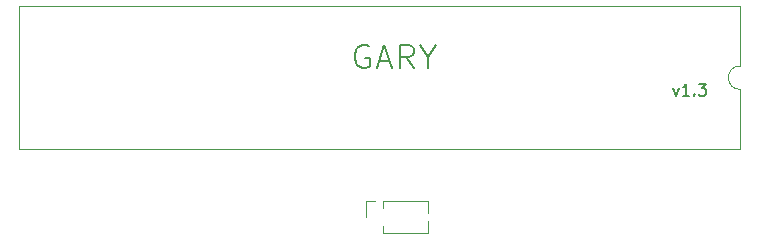
<source format=gbr>
G04 #@! TF.GenerationSoftware,KiCad,Pcbnew,7.0.0-1.fc37*
G04 #@! TF.CreationDate,2023-02-19T18:59:07+00:00*
G04 #@! TF.ProjectId,Gary,47617279-2e6b-4696-9361-645f70636258,rev?*
G04 #@! TF.SameCoordinates,Original*
G04 #@! TF.FileFunction,Legend,Top*
G04 #@! TF.FilePolarity,Positive*
%FSLAX46Y46*%
G04 Gerber Fmt 4.6, Leading zero omitted, Abs format (unit mm)*
G04 Created by KiCad (PCBNEW 7.0.0-1.fc37) date 2023-02-19 18:59:07*
%MOMM*%
%LPD*%
G01*
G04 APERTURE LIST*
%ADD10C,0.150000*%
%ADD11C,0.120000*%
G04 APERTURE END LIST*
D10*
X182061029Y-50703914D02*
X182299124Y-51370580D01*
X182299124Y-51370580D02*
X182537219Y-50703914D01*
X183441981Y-51370580D02*
X182870553Y-51370580D01*
X183156267Y-51370580D02*
X183156267Y-50370580D01*
X183156267Y-50370580D02*
X183061029Y-50513438D01*
X183061029Y-50513438D02*
X182965791Y-50608676D01*
X182965791Y-50608676D02*
X182870553Y-50656295D01*
X183870553Y-51275342D02*
X183918172Y-51322961D01*
X183918172Y-51322961D02*
X183870553Y-51370580D01*
X183870553Y-51370580D02*
X183822934Y-51322961D01*
X183822934Y-51322961D02*
X183870553Y-51275342D01*
X183870553Y-51275342D02*
X183870553Y-51370580D01*
X184251505Y-50370580D02*
X184870552Y-50370580D01*
X184870552Y-50370580D02*
X184537219Y-50751533D01*
X184537219Y-50751533D02*
X184680076Y-50751533D01*
X184680076Y-50751533D02*
X184775314Y-50799152D01*
X184775314Y-50799152D02*
X184822933Y-50846771D01*
X184822933Y-50846771D02*
X184870552Y-50942009D01*
X184870552Y-50942009D02*
X184870552Y-51180104D01*
X184870552Y-51180104D02*
X184822933Y-51275342D01*
X184822933Y-51275342D02*
X184775314Y-51322961D01*
X184775314Y-51322961D02*
X184680076Y-51370580D01*
X184680076Y-51370580D02*
X184394362Y-51370580D01*
X184394362Y-51370580D02*
X184299124Y-51322961D01*
X184299124Y-51322961D02*
X184251505Y-51275342D01*
X156305523Y-47140800D02*
X156115047Y-47045561D01*
X156115047Y-47045561D02*
X155829333Y-47045561D01*
X155829333Y-47045561D02*
X155543618Y-47140800D01*
X155543618Y-47140800D02*
X155353142Y-47331276D01*
X155353142Y-47331276D02*
X155257904Y-47521752D01*
X155257904Y-47521752D02*
X155162666Y-47902704D01*
X155162666Y-47902704D02*
X155162666Y-48188419D01*
X155162666Y-48188419D02*
X155257904Y-48569371D01*
X155257904Y-48569371D02*
X155353142Y-48759847D01*
X155353142Y-48759847D02*
X155543618Y-48950323D01*
X155543618Y-48950323D02*
X155829333Y-49045561D01*
X155829333Y-49045561D02*
X156019809Y-49045561D01*
X156019809Y-49045561D02*
X156305523Y-48950323D01*
X156305523Y-48950323D02*
X156400761Y-48855085D01*
X156400761Y-48855085D02*
X156400761Y-48188419D01*
X156400761Y-48188419D02*
X156019809Y-48188419D01*
X157162666Y-48474133D02*
X158115047Y-48474133D01*
X156972190Y-49045561D02*
X157638856Y-47045561D01*
X157638856Y-47045561D02*
X158305523Y-49045561D01*
X160115047Y-49045561D02*
X159448380Y-48093180D01*
X158972190Y-49045561D02*
X158972190Y-47045561D01*
X158972190Y-47045561D02*
X159734095Y-47045561D01*
X159734095Y-47045561D02*
X159924571Y-47140800D01*
X159924571Y-47140800D02*
X160019809Y-47236038D01*
X160019809Y-47236038D02*
X160115047Y-47426514D01*
X160115047Y-47426514D02*
X160115047Y-47712228D01*
X160115047Y-47712228D02*
X160019809Y-47902704D01*
X160019809Y-47902704D02*
X159924571Y-47997942D01*
X159924571Y-47997942D02*
X159734095Y-48093180D01*
X159734095Y-48093180D02*
X158972190Y-48093180D01*
X161353142Y-48093180D02*
X161353142Y-49045561D01*
X160686476Y-47045561D02*
X161353142Y-48093180D01*
X161353142Y-48093180D02*
X162019809Y-47045561D01*
D11*
G04 #@! TO.C,U2*
X187756000Y-43794800D02*
X126676000Y-43794800D01*
X126676000Y-43794800D02*
X126676000Y-55914800D01*
X187756000Y-48854800D02*
X187756000Y-43794800D01*
X187756000Y-55914800D02*
X187756000Y-50854800D01*
X126676000Y-55914800D02*
X187756000Y-55914800D01*
X187756000Y-48854800D02*
G75*
G03*
X187756000Y-50854800I0J-1000000D01*
G01*
G04 #@! TO.C,J1*
X157485000Y-62969600D02*
X161355000Y-62969600D01*
X157485000Y-62969600D02*
X157485000Y-62399600D01*
X161355000Y-62969600D02*
X161355000Y-61947130D01*
X156090000Y-61639600D02*
X156090000Y-60309600D01*
X161355000Y-61332070D02*
X161355000Y-60309600D01*
X157485000Y-60879600D02*
X157485000Y-60309600D01*
X156090000Y-60309600D02*
X156850000Y-60309600D01*
X157485000Y-60309600D02*
X161355000Y-60309600D01*
G04 #@! TD*
M02*

</source>
